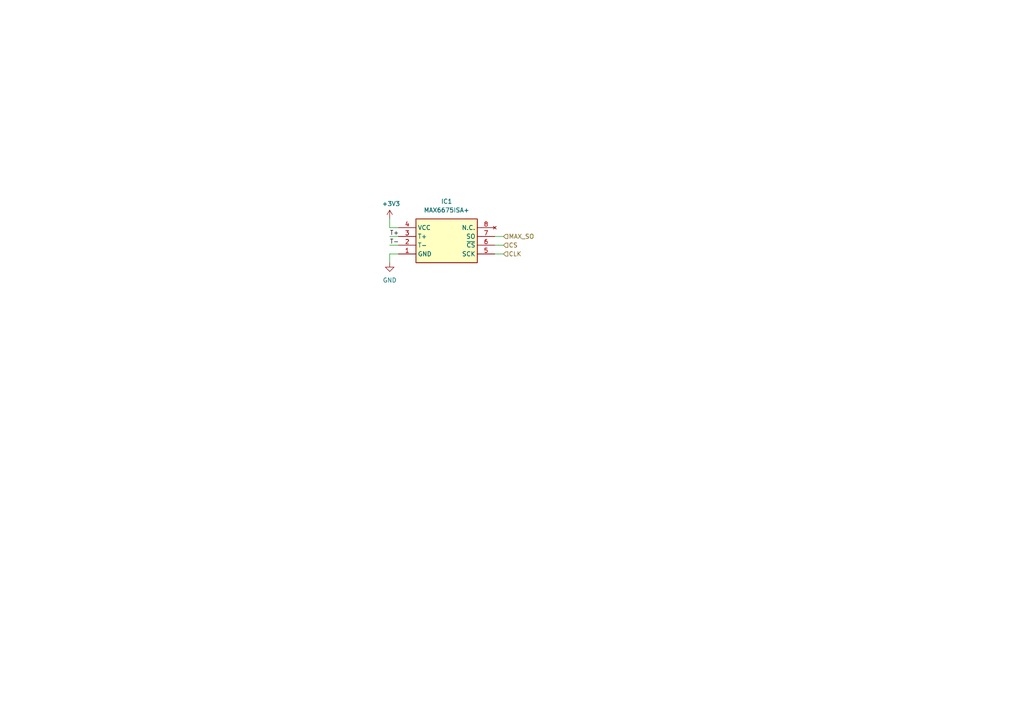
<source format=kicad_sch>
(kicad_sch
	(version 20231120)
	(generator "eeschema")
	(generator_version "8.0")
	(uuid "86e66206-cd90-45fa-99d4-b50e6865cb8b")
	(paper "A4")
	(lib_symbols
		(symbol "BMS_LV_2022-rescue:+3.3V-power"
			(power)
			(pin_names
				(offset 0)
			)
			(exclude_from_sim no)
			(in_bom yes)
			(on_board yes)
			(property "Reference" "#PWR"
				(at 0 -3.81 0)
				(effects
					(font
						(size 1.27 1.27)
					)
					(hide yes)
				)
			)
			(property "Value" "power_+3.3V"
				(at 0 3.556 0)
				(effects
					(font
						(size 1.27 1.27)
					)
				)
			)
			(property "Footprint" ""
				(at 0 0 0)
				(effects
					(font
						(size 1.27 1.27)
					)
					(hide yes)
				)
			)
			(property "Datasheet" ""
				(at 0 0 0)
				(effects
					(font
						(size 1.27 1.27)
					)
					(hide yes)
				)
			)
			(property "Description" ""
				(at 0 0 0)
				(effects
					(font
						(size 1.27 1.27)
					)
					(hide yes)
				)
			)
			(symbol "+3.3V-power_0_1"
				(polyline
					(pts
						(xy -0.762 1.27) (xy 0 2.54)
					)
					(stroke
						(width 0)
						(type solid)
					)
					(fill
						(type none)
					)
				)
				(polyline
					(pts
						(xy 0 0) (xy 0 2.54)
					)
					(stroke
						(width 0)
						(type solid)
					)
					(fill
						(type none)
					)
				)
				(polyline
					(pts
						(xy 0 2.54) (xy 0.762 1.27)
					)
					(stroke
						(width 0)
						(type solid)
					)
					(fill
						(type none)
					)
				)
			)
			(symbol "+3.3V-power_1_1"
				(pin power_in line
					(at 0 0 90)
					(length 0) hide
					(name "+3V3"
						(effects
							(font
								(size 1.27 1.27)
							)
						)
					)
					(number "1"
						(effects
							(font
								(size 1.27 1.27)
							)
						)
					)
				)
			)
		)
		(symbol "MAX6675ISA+:MAX6675ISA+"
			(exclude_from_sim no)
			(in_bom yes)
			(on_board yes)
			(property "Reference" "IC1"
				(at 13.97 7.62 0)
				(effects
					(font
						(size 1.27 1.27)
					)
				)
			)
			(property "Value" "MAX6675ISA+"
				(at 13.97 5.08 0)
				(effects
					(font
						(size 1.27 1.27)
					)
				)
			)
			(property "Footprint" "SOIC127P600X175-8N"
				(at 24.13 -94.92 0)
				(effects
					(font
						(size 1.27 1.27)
					)
					(justify left top)
					(hide yes)
				)
			)
			(property "Datasheet" "http://datasheets.maximintegrated.com/en/ds/MAX6675.pdf"
				(at 24.13 -194.92 0)
				(effects
					(font
						(size 1.27 1.27)
					)
					(justify left top)
					(hide yes)
				)
			)
			(property "Description" "MAX6675ISA+, 12bit Temperature Sensor +/-6C Serial-SPI 3 to 5.5V 8-Pin SOIC"
				(at 2.032 11.43 0)
				(effects
					(font
						(size 1.27 1.27)
					)
					(hide yes)
				)
			)
			(property "Height" "1.75"
				(at 24.13 -394.92 0)
				(effects
					(font
						(size 1.27 1.27)
					)
					(justify left top)
					(hide yes)
				)
			)
			(property "Mouser Part Number" "700-MAX6675ISA"
				(at 24.13 -494.92 0)
				(effects
					(font
						(size 1.27 1.27)
					)
					(justify left top)
					(hide yes)
				)
			)
			(property "Mouser Price/Stock" "https://www.mouser.co.uk/ProductDetail/Analog-Devices-Maxim-Integrated/MAX6675ISA%2b?qs=1THa7WoU59H74vpgspkIMw%3D%3D"
				(at 24.13 -594.92 0)
				(effects
					(font
						(size 1.27 1.27)
					)
					(justify left top)
					(hide yes)
				)
			)
			(property "Manufacturer_Name" "Analog Devices"
				(at 24.13 -694.92 0)
				(effects
					(font
						(size 1.27 1.27)
					)
					(justify left top)
					(hide yes)
				)
			)
			(property "Manufacturer_Part_Number" "MAX6675ISA+"
				(at 24.13 -794.92 0)
				(effects
					(font
						(size 1.27 1.27)
					)
					(justify left top)
					(hide yes)
				)
			)
			(symbol "MAX6675ISA+_1_1"
				(rectangle
					(start 5.08 2.54)
					(end 22.86 -10.16)
					(stroke
						(width 0.254)
						(type default)
					)
					(fill
						(type background)
					)
				)
				(pin passive line
					(at 0 -7.62 0)
					(length 5.08)
					(name "GND"
						(effects
							(font
								(size 1.27 1.27)
							)
						)
					)
					(number "1"
						(effects
							(font
								(size 1.27 1.27)
							)
						)
					)
				)
				(pin passive line
					(at 0 -5.08 0)
					(length 5.08)
					(name "T-"
						(effects
							(font
								(size 1.27 1.27)
							)
						)
					)
					(number "2"
						(effects
							(font
								(size 1.27 1.27)
							)
						)
					)
				)
				(pin passive line
					(at 0 -2.54 0)
					(length 5.08)
					(name "T+"
						(effects
							(font
								(size 1.27 1.27)
							)
						)
					)
					(number "3"
						(effects
							(font
								(size 1.27 1.27)
							)
						)
					)
				)
				(pin passive line
					(at 0 0 0)
					(length 5.08)
					(name "VCC"
						(effects
							(font
								(size 1.27 1.27)
							)
						)
					)
					(number "4"
						(effects
							(font
								(size 1.27 1.27)
							)
						)
					)
				)
				(pin passive line
					(at 27.94 -7.62 180)
					(length 5.08)
					(name "SCK"
						(effects
							(font
								(size 1.27 1.27)
							)
						)
					)
					(number "5"
						(effects
							(font
								(size 1.27 1.27)
							)
						)
					)
				)
				(pin passive line
					(at 27.94 -5.08 180)
					(length 5.08)
					(name "~{CS}"
						(effects
							(font
								(size 1.27 1.27)
							)
						)
					)
					(number "6"
						(effects
							(font
								(size 1.27 1.27)
							)
						)
					)
				)
				(pin passive line
					(at 27.94 -2.54 180)
					(length 5.08)
					(name "SO"
						(effects
							(font
								(size 1.27 1.27)
							)
						)
					)
					(number "7"
						(effects
							(font
								(size 1.27 1.27)
							)
						)
					)
				)
				(pin no_connect line
					(at 27.94 0 180)
					(length 5.08)
					(name "N.C."
						(effects
							(font
								(size 1.27 1.27)
							)
						)
					)
					(number "8"
						(effects
							(font
								(size 1.27 1.27)
							)
						)
					)
				)
			)
		)
		(symbol "power:GND"
			(power)
			(pin_numbers hide)
			(pin_names
				(offset 0) hide)
			(exclude_from_sim no)
			(in_bom yes)
			(on_board yes)
			(property "Reference" "#PWR"
				(at 0 -6.35 0)
				(effects
					(font
						(size 1.27 1.27)
					)
					(hide yes)
				)
			)
			(property "Value" "GND"
				(at 0 -3.81 0)
				(effects
					(font
						(size 1.27 1.27)
					)
				)
			)
			(property "Footprint" ""
				(at 0 0 0)
				(effects
					(font
						(size 1.27 1.27)
					)
					(hide yes)
				)
			)
			(property "Datasheet" ""
				(at 0 0 0)
				(effects
					(font
						(size 1.27 1.27)
					)
					(hide yes)
				)
			)
			(property "Description" "Power symbol creates a global label with name \"GND\" , ground"
				(at 0 0 0)
				(effects
					(font
						(size 1.27 1.27)
					)
					(hide yes)
				)
			)
			(property "ki_keywords" "global power"
				(at 0 0 0)
				(effects
					(font
						(size 1.27 1.27)
					)
					(hide yes)
				)
			)
			(symbol "GND_0_1"
				(polyline
					(pts
						(xy 0 0) (xy 0 -1.27) (xy 1.27 -1.27) (xy 0 -2.54) (xy -1.27 -1.27) (xy 0 -1.27)
					)
					(stroke
						(width 0)
						(type default)
					)
					(fill
						(type none)
					)
				)
			)
			(symbol "GND_1_1"
				(pin power_in line
					(at 0 0 270)
					(length 0)
					(name "~"
						(effects
							(font
								(size 1.27 1.27)
							)
						)
					)
					(number "1"
						(effects
							(font
								(size 1.27 1.27)
							)
						)
					)
				)
			)
		)
	)
	(wire
		(pts
			(xy 146.05 68.58) (xy 143.51 68.58)
		)
		(stroke
			(width 0)
			(type default)
		)
		(uuid "0ee0da6c-4655-439d-be6c-b6f94d0ba02a")
	)
	(wire
		(pts
			(xy 113.03 66.04) (xy 113.03 63.5)
		)
		(stroke
			(width 0)
			(type default)
		)
		(uuid "2e8c50f8-8f14-4247-9ae0-1c59ccd0d8b6")
	)
	(wire
		(pts
			(xy 115.57 73.66) (xy 113.03 73.66)
		)
		(stroke
			(width 0)
			(type default)
		)
		(uuid "40ffbf49-8bf7-40c7-9a02-56d974d225be")
	)
	(wire
		(pts
			(xy 113.03 73.66) (xy 113.03 76.2)
		)
		(stroke
			(width 0)
			(type default)
		)
		(uuid "60aa486a-21d1-45e2-a345-ebe71bc62699")
	)
	(wire
		(pts
			(xy 115.57 66.04) (xy 113.03 66.04)
		)
		(stroke
			(width 0)
			(type default)
		)
		(uuid "65e1f7e0-8f06-4a75-a1a4-169a76d39712")
	)
	(wire
		(pts
			(xy 143.51 71.12) (xy 146.05 71.12)
		)
		(stroke
			(width 0)
			(type default)
		)
		(uuid "88456d78-9166-43a6-b501-89a563ca6039")
	)
	(wire
		(pts
			(xy 113.03 68.58) (xy 115.57 68.58)
		)
		(stroke
			(width 0)
			(type default)
		)
		(uuid "928d299f-5215-49ab-bbec-aaf735743a1e")
	)
	(wire
		(pts
			(xy 113.03 71.12) (xy 115.57 71.12)
		)
		(stroke
			(width 0)
			(type default)
		)
		(uuid "c85dcb84-49c0-4027-8977-7c1e950f95cf")
	)
	(wire
		(pts
			(xy 143.51 73.66) (xy 146.05 73.66)
		)
		(stroke
			(width 0)
			(type default)
		)
		(uuid "f5276a5d-f126-4763-bf76-bf78a467df7f")
	)
	(label "T-"
		(at 113.03 71.12 0)
		(fields_autoplaced yes)
		(effects
			(font
				(size 1.27 1.27)
			)
			(justify left bottom)
		)
		(uuid "06b08cbe-c143-4300-96b5-eb35f4e0feec")
	)
	(label "T+"
		(at 113.03 68.58 0)
		(fields_autoplaced yes)
		(effects
			(font
				(size 1.27 1.27)
			)
			(justify left bottom)
		)
		(uuid "d4c5d466-dce5-4e25-85fd-28f355c9b734")
	)
	(hierarchical_label "CLK"
		(shape input)
		(at 146.05 73.66 0)
		(fields_autoplaced yes)
		(effects
			(font
				(size 1.27 1.27)
			)
			(justify left)
		)
		(uuid "08990c59-0fe9-439b-a831-c76f831fd165")
	)
	(hierarchical_label "CS"
		(shape input)
		(at 146.05 71.12 0)
		(fields_autoplaced yes)
		(effects
			(font
				(size 1.27 1.27)
			)
			(justify left)
		)
		(uuid "54c1fdf3-2ac8-49f2-a9a7-546bd361d1d3")
	)
	(hierarchical_label "MAX_SO"
		(shape input)
		(at 146.05 68.58 0)
		(fields_autoplaced yes)
		(effects
			(font
				(size 1.27 1.27)
			)
			(justify left)
		)
		(uuid "dfa28000-5ae1-4530-b3c1-71042ec975e8")
	)
	(symbol
		(lib_id "MAX6675ISA+:MAX6675ISA+")
		(at 115.57 66.04 0)
		(unit 1)
		(exclude_from_sim no)
		(in_bom yes)
		(on_board yes)
		(dnp no)
		(fields_autoplaced yes)
		(uuid "0ddcccbf-4655-4507-b8a2-b3ab8eee3c79")
		(property "Reference" "IC1"
			(at 129.54 58.42 0)
			(effects
				(font
					(size 1.27 1.27)
				)
			)
		)
		(property "Value" "MAX6675ISA+"
			(at 129.54 60.96 0)
			(effects
				(font
					(size 1.27 1.27)
				)
			)
		)
		(property "Footprint" "SOIC127P600X175-8N"
			(at 139.7 160.96 0)
			(effects
				(font
					(size 1.27 1.27)
				)
				(justify left top)
				(hide yes)
			)
		)
		(property "Datasheet" "http://datasheets.maximintegrated.com/en/ds/MAX6675.pdf"
			(at 139.7 260.96 0)
			(effects
				(font
					(size 1.27 1.27)
				)
				(justify left top)
				(hide yes)
			)
		)
		(property "Description" "MAX6675ISA+, 12bit Temperature Sensor +/-6C Serial-SPI 3 to 5.5V 8-Pin SOIC"
			(at 117.602 54.61 0)
			(effects
				(font
					(size 1.27 1.27)
				)
				(hide yes)
			)
		)
		(property "Height" "1.75"
			(at 139.7 460.96 0)
			(effects
				(font
					(size 1.27 1.27)
				)
				(justify left top)
				(hide yes)
			)
		)
		(property "Mouser Part Number" "700-MAX6675ISA"
			(at 139.7 560.96 0)
			(effects
				(font
					(size 1.27 1.27)
				)
				(justify left top)
				(hide yes)
			)
		)
		(property "Mouser Price/Stock" "https://www.mouser.co.uk/ProductDetail/Analog-Devices-Maxim-Integrated/MAX6675ISA%2b?qs=1THa7WoU59H74vpgspkIMw%3D%3D"
			(at 139.7 660.96 0)
			(effects
				(font
					(size 1.27 1.27)
				)
				(justify left top)
				(hide yes)
			)
		)
		(property "Manufacturer_Name" "Analog Devices"
			(at 139.7 760.96 0)
			(effects
				(font
					(size 1.27 1.27)
				)
				(justify left top)
				(hide yes)
			)
		)
		(property "Manufacturer_Part_Number" "MAX6675ISA+"
			(at 139.7 860.96 0)
			(effects
				(font
					(size 1.27 1.27)
				)
				(justify left top)
				(hide yes)
			)
		)
		(pin "1"
			(uuid "72157319-02a1-460d-b1bc-51a33d5e94e1")
		)
		(pin "5"
			(uuid "f4d0077d-b4b3-43be-8c76-0c7ee10fa2c0")
		)
		(pin "3"
			(uuid "17005650-4d72-4c42-af37-285f2409e5b1")
		)
		(pin "4"
			(uuid "22215cfe-83b4-4a5c-a225-daf542723379")
		)
		(pin "2"
			(uuid "0ad70e26-cca9-4fda-acc7-e03409da437b")
		)
		(pin "8"
			(uuid "757b28ff-97e6-4995-b228-267c2378fe9b")
		)
		(pin "7"
			(uuid "1b889136-3be5-478b-8519-eadcd2aa4c0c")
		)
		(pin "6"
			(uuid "903a7128-aa29-4697-9b9d-2767102bb7f8")
		)
		(instances
			(project "Thermometer_CD_Project"
				(path "/a65a7196-8a90-49cc-8818-2434ed6db328/32072c44-f038-4df9-931e-593faa7619f7"
					(reference "IC1")
					(unit 1)
				)
			)
		)
	)
	(symbol
		(lib_id "power:GND")
		(at 113.03 76.2 0)
		(unit 1)
		(exclude_from_sim no)
		(in_bom yes)
		(on_board yes)
		(dnp no)
		(fields_autoplaced yes)
		(uuid "49bf676a-8848-4100-8924-e8b70c283ec0")
		(property "Reference" "#PWR09"
			(at 113.03 82.55 0)
			(effects
				(font
					(size 1.27 1.27)
				)
				(hide yes)
			)
		)
		(property "Value" "GND"
			(at 113.03 81.28 0)
			(effects
				(font
					(size 1.27 1.27)
				)
			)
		)
		(property "Footprint" ""
			(at 113.03 76.2 0)
			(effects
				(font
					(size 1.27 1.27)
				)
				(hide yes)
			)
		)
		(property "Datasheet" ""
			(at 113.03 76.2 0)
			(effects
				(font
					(size 1.27 1.27)
				)
				(hide yes)
			)
		)
		(property "Description" "Power symbol creates a global label with name \"GND\" , ground"
			(at 113.03 76.2 0)
			(effects
				(font
					(size 1.27 1.27)
				)
				(hide yes)
			)
		)
		(pin "1"
			(uuid "721dc277-d650-414a-b5cd-2b52efe6377f")
		)
		(instances
			(project "Thermometer_CD_Project"
				(path "/a65a7196-8a90-49cc-8818-2434ed6db328/32072c44-f038-4df9-931e-593faa7619f7"
					(reference "#PWR09")
					(unit 1)
				)
			)
		)
	)
	(symbol
		(lib_id "BMS_LV_2022-rescue:+3.3V-power")
		(at 113.03 63.5 0)
		(unit 1)
		(exclude_from_sim no)
		(in_bom yes)
		(on_board yes)
		(dnp no)
		(uuid "d3711c64-6905-4189-8e66-04ad7b02de47")
		(property "Reference" "#PWR08"
			(at 113.03 67.31 0)
			(effects
				(font
					(size 1.27 1.27)
				)
				(hide yes)
			)
		)
		(property "Value" "+3V3"
			(at 113.411 59.1058 0)
			(effects
				(font
					(size 1.27 1.27)
				)
			)
		)
		(property "Footprint" ""
			(at 113.03 63.5 0)
			(effects
				(font
					(size 1.27 1.27)
				)
				(hide yes)
			)
		)
		(property "Datasheet" ""
			(at 113.03 63.5 0)
			(effects
				(font
					(size 1.27 1.27)
				)
				(hide yes)
			)
		)
		(property "Description" ""
			(at 113.03 63.5 0)
			(effects
				(font
					(size 1.27 1.27)
				)
				(hide yes)
			)
		)
		(pin "1"
			(uuid "b696368f-3ca5-4fe8-a917-5a2f747fd416")
		)
		(instances
			(project "Thermometer_CD_Project"
				(path "/a65a7196-8a90-49cc-8818-2434ed6db328/32072c44-f038-4df9-931e-593faa7619f7"
					(reference "#PWR08")
					(unit 1)
				)
			)
		)
	)
)

</source>
